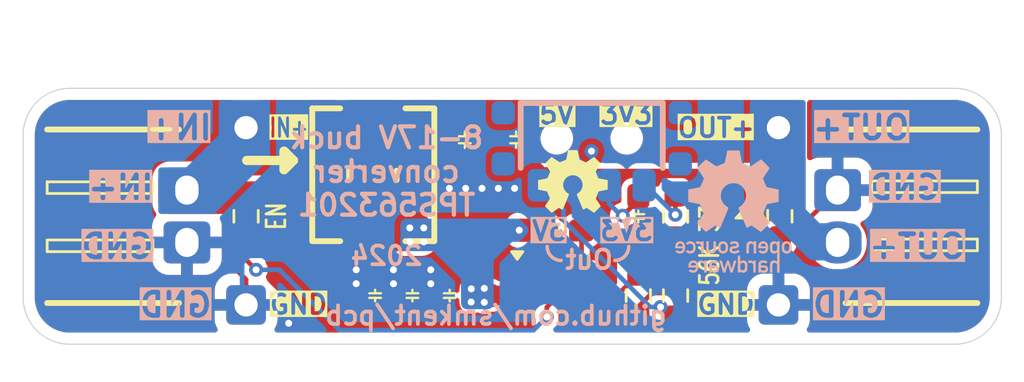
<source format=kicad_pcb>
(kicad_pcb (version 20240108) (generator "pcbnew") (generator_version "8.0")
  (layers (0 "F.Cu" signal) (31 "B.Cu" signal) (34 "B.Paste" user) (35 "F.Paste" user) (36 "B.SilkS" user "B.Silkscreen") (37 "F.SilkS" user "F.Silkscreen") (38 "B.Mask" user) (39 "F.Mask" user) (44 "Edge.Cuts" user))
  (net 0 "")
  (net 1 "GND")
  (net 2 "VIN")
  (net 3 "FB")
  (net 4 "VOUT")
  (net 5 "SW")
  (net 6 "Net-(U1-VBST)")
  (net 7 "Net-(LED1-A)")
  (net 8 "Net-(U1-EN)")
  (net 9 "Net-(SW1-C)")
  (net 10 "Net-(SW1-A)")
  (footprint "Resistor_SMD:R_0603_1608Metric_Pad0.98x0.95mm_HandSolder" (layer "F.Cu") (at 133.3925 69.2 -90)
    (property "Reference" "R3" (hide yes))
    (property "Value" "33K")
    (pad "1" smd roundrect (at -0.9125 0 270) (size 0.975 0.95) (layers "F.Cu" "F.Paste" "F.Mask") (net 9 "Net-(SW1-C)"))
    (pad "2" smd roundrect (at 0.9125 0 270) (size 0.975 0.95) (layers "F.Cu" "F.Paste" "F.Mask") (net 3 "FB"))
  )
  (footprint "custom:C_0603_1608Metric_Pad1.08x0.95mm_HandSolder" (layer "F.Cu") (at 128.4925 69.8 180)
    (property "Reference" "C7" (hide yes))
    (property "Value" "0u1")
    (pad "1" smd roundrect (at -0.8625 0 180) (size 1.075 0.95) (layers "F.Cu" "F.Paste" "F.Mask") (net 6 "Net-(U1-VBST)"))
    (pad "2" smd roundrect (at 0.8625 0 180) (size 1.075 0.95) (layers "F.Cu" "F.Paste" "F.Mask") (net 5 "SW"))
  )
  (footprint "custom:C_0603_1608Metric_Pad1.08x0.95mm_HandSolder" (layer "F.Cu") (at 123.6925 72.6 90)
    (property "Reference" "C3" (hide yes))
    (property "Value" "0u1")
    (pad "1" smd roundrect (at -0.8625 0 90) (size 1.075 0.95) (layers "F.Cu" "F.Paste" "F.Mask") (net 2 "VIN"))
    (pad "2" smd roundrect (at 0.8625 0 90) (size 1.075 0.95) (layers "F.Cu" "F.Paste" "F.Mask") (net 1 "GND"))
  )
  (footprint "Resistor_SMD:R_0603_1608Metric_Pad0.98x0.95mm_HandSolder" (layer "F.Cu") (at 133.3925 72.6 -90)
    (property "Reference" "R2" (hide yes))
    (property "Value" "56K")
    (pad "1" smd roundrect (at -0.9125 0 270) (size 0.975 0.95) (layers "F.Cu" "F.Paste" "F.Mask") (net 3 "FB"))
    (pad "2" smd roundrect (at 0.9125 0 270) (size 0.975 0.95) (layers "F.Cu" "F.Paste" "F.Mask") (net 10 "Net-(SW1-A)"))
  )
  (footprint "custom:Inductor_Multi_5.2x5.7_2x2.5" (layer "F.Cu") (at 120.3925 67.4 90)
    (property "Reference" "L1" (hide yes))
    (property "Value" "4u7")
    (pad "1" smd roundrect (at -1.825 0) (size 2.2 2.75) (layers "F.Cu" "F.Paste" "F.Mask") (roundrect_rratio 0.125) (net 5 "SW"))
    (pad "2" smd roundrect (at 1.8 0) (size 2.2 2.8) (layers "F.Cu" "F.Paste" "F.Mask") (roundrect_rratio 0.125) (net 4 "VOUT"))
  )
  (footprint "Resistor_SMD:R_0603_1608Metric_Pad0.98x0.95mm_HandSolder" (layer "F.Cu") (at 137.87 69.19 90)
    (property "Reference" "R0" (hide yes))
    (property "Value" "10K")
    (pad "1" smd roundrect (at -0.9125 0 90) (size 0.975 0.95) (layers "F.Cu" "F.Paste" "F.Mask") (net 7 "Net-(LED1-A)"))
    (pad "2" smd roundrect (at 0.9125 0 90) (size 0.975 0.95) (layers "F.Cu" "F.Paste" "F.Mask") (net 4 "VOUT"))
  )
  (footprint "Resistor_SMD:R_0603_1608Metric_Pad0.98x0.95mm_HandSolder" (layer "F.Cu") (at 131.7925 72.6 90)
    (property "Reference" "R1" (hide yes))
    (property "Value" "10K")
    (pad "1" smd roundrect (at -0.9125 0 90) (size 0.975 0.95) (layers "F.Cu" "F.Paste" "F.Mask") (net 1 "GND"))
    (pad "2" smd roundrect (at 0.9125 0 90) (size 0.975 0.95) (layers "F.Cu" "F.Paste" "F.Mask") (net 3 "FB"))
  )
  (footprint "custom:SOT-23-6_Handsoldering_simple" (layer "F.Cu") (at 127.7925 72.6)
    (property "Reference" "U1" (hide yes))
    (property "Value" "TPS563200")
    (pad "1" smd roundrect (at -1.35 -0.95) (size 1.56 0.65) (layers "F.Cu" "F.Paste" "F.Mask") (net 1 "GND"))
    (pad "2" smd roundrect (at -1.35 0) (size 1.56 0.65) (layers "F.Cu" "F.Paste" "F.Mask") (net 5 "SW"))
    (pad "3" smd roundrect (at -1.35 0.95) (size 1.56 0.65) (layers "F.Cu" "F.Paste" "F.Mask") (net 2 "VIN"))
    (pad "4" smd roundrect (at 1.35 0.95) (size 1.56 0.65) (layers "F.Cu" "F.Paste" "F.Mask") (net 3 "FB"))
    (pad "5" smd roundrect (at 1.35 0) (size 1.56 0.65) (layers "F.Cu" "F.Paste" "F.Mask") (net 8 "Net-(U1-EN)"))
    (pad "6" smd roundrect (at 1.35 -0.95) (size 1.56 0.65) (layers "F.Cu" "F.Paste" "F.Mask") (net 6 "Net-(U1-VBST)"))
  )
  (footprint "custom:C_0603_1608Metric_Pad1.08x0.95mm_HandSolder" (layer "F.Cu") (at 122.0925 72.6 90)
    (property "Reference" "C2" (hide yes))
    (property "Value" "10u")
    (pad "1" smd roundrect (at -0.8625 0 90) (size 1.075 0.95) (layers "F.Cu" "F.Paste" "F.Mask") (net 2 "VIN"))
    (pad "2" smd roundrect (at 0.8625 0 90) (size 1.075 0.95) (layers "F.Cu" "F.Paste" "F.Mask") (net 1 "GND"))
  )
  (footprint "custom:Conn_Combo_JST-1x02-XH_PH-THT-pad2gnd" (layer "F.Cu") (at 140.35 69.19 90)
    (property "Reference" "J4" (hide yes))
    (property "Value" "Conn_01x02")
    (pad "1" thru_hole oval (at -1.125 0 90) (size 1.8 2) (drill oval 1.25 1) (layers "*.Cu" "*.Mask") (net 4 "VOUT"))
    (pad "2" thru_hole roundrect (at 1.125 0 90) (size 1.8 2) (drill oval 1.25 1) (layers "*.Cu" "*.Mask") (roundrect_rratio 0.1388888889) (net 1 "GND"))
  )
  (footprint "custom:C_0603_1608Metric_Pad1.08x0.95mm_HandSolder" (layer "F.Cu") (at 131.7925 69.2 90)
    (property "Reference" "C4" (hide yes))
    (property "Value" "75p")
    (pad "1" smd roundrect (at -0.8625 0 90) (size 1.075 0.95) (layers "F.Cu" "F.Paste" "F.Mask") (net 3 "FB"))
    (pad "2" smd roundrect (at 0.8625 0 90) (size 1.075 0.95) (layers "F.Cu" "F.Paste" "F.Mask") (net 4 "VOUT"))
  )
  (footprint "custom:C_0603_1608Metric_Pad1.08x0.95mm_HandSolder" (layer "F.Cu") (at 120.4925 72.6 90)
    (property "Reference" "C1" (hide yes))
    (property "Value" "10u")
    (pad "1" smd roundrect (at -0.8625 0 90) (size 1.075 0.95) (layers "F.Cu" "F.Paste" "F.Mask") (net 2 "VIN"))
    (pad "2" smd roundrect (at 0.8625 0 90) (size 1.075 0.95) (layers "F.Cu" "F.Paste" "F.Mask") (net 1 "GND"))
  )
  (footprint "custom:LED_0603_1608Metric_Pad1.05x0.95mm_HandSolder_simple" (layer "F.Cu") (at 136.17 69.19 -90)
    (property "Reference" "LED1" (hide yes))
    (property "Value" "LED_Small")
    (pad "1" smd roundrect (at -0.875 0 270) (size 1.05 0.95) (layers "F.Cu" "F.Paste" "F.Mask") (net 1 "GND"))
    (pad "2" smd roundrect (at 0.875 0 270) (size 1.05 0.95) (layers "F.Cu" "F.Paste" "F.Mask") (net 7 "Net-(LED1-A)"))
  )
  (footprint "Resistor_SMD:R_0603_1608Metric_Pad0.98x0.95mm_HandSolder" (layer "F.Cu") (at 114.95 69.19 -90)
    (property "Reference" "R4" (hide yes))
    (property "Value" "10K")
    (pad "1" smd roundrect (at -0.9125 0 270) (size 0.975 0.95) (layers "F.Cu" "F.Paste" "F.Mask") (net 2 "VIN"))
    (pad "2" smd roundrect (at 0.9125 0 270) (size 0.975 0.95) (layers "F.Cu" "F.Paste" "F.Mask") (net 8 "Net-(U1-EN)"))
  )
  (footprint "custom:C_0805_2012Metric_Pad1.18x1.45mm_HandSolder" (layer "F.Cu") (at 126.4925 65.9 -90)
    (property "Reference" "C9" (hide yes))
    (property "Value" "22u")
    (pad "1" smd roundrect (at -1.0375 0 270) (size 1.175 1.45) (layers "F.Cu" "F.Paste" "F.Mask") (roundrect_rratio 0.212766) (net 4 "VOUT"))
    (pad "2" smd roundrect (at 1.0375 0 270) (size 1.175 1.45) (layers "F.Cu" "F.Paste" "F.Mask") (roundrect_rratio 0.212766) (net 1 "GND"))
  )
  (footprint "custom:Conn_Combo_JST-1x02-XH_PH-THT-pad2gnd" (layer "F.Cu") (at 112.41 69.19 -90)
    (property "Reference" "J1" (hide yes))
    (property "Value" "Conn_01x02")
    (pad "1" thru_hole oval (at -1.125 0 270) (size 1.8 2) (drill oval 1.25 1) (layers "*.Cu" "*.Mask") (net 2 "VIN"))
    (pad "2" thru_hole roundrect (at 1.125 0 270) (size 1.8 2) (drill oval 1.25 1) (layers "*.Cu" "*.Mask") (roundrect_rratio 0.1388888889) (net 1 "GND"))
  )
  (footprint "custom:C_0805_2012Metric_Pad1.18x1.45mm_HandSolder" (layer "F.Cu") (at 124.2925 65.9 -90)
    (property "Reference" "C8" (hide yes))
    (property "Value" "22u")
    (pad "1" smd roundrect (at -1.0375 0 270) (size 1.175 1.45) (layers "F.Cu" "F.Paste" "F.Mask") (roundrect_rratio 0.212766) (net 4 "VOUT"))
    (pad "2" smd roundrect (at 1.0375 0 270) (size 1.175 1.45) (layers "F.Cu" "F.Paste" "F.Mask") (roundrect_rratio 0.212766) (net 1 "GND"))
  )
  (footprint "graphics:oshw-logo-3mm" (layer "F.Cu") (at 128.98 67.69)
    (property "Reference" "G***" (hide yes))
    (property "Value" "LOGO" (hide yes))
  )
  (footprint "custom:PinHeader_1x01_P2.54mm_simple" (layer "B.Cu") (at 114.95 65.38 180)
    (property "Reference" "J2" (hide yes))
    (property "Value" "Conn_01x03")
    (pad "1" thru_hole oval (at 0 0 180) (size 1.7 1.7) (drill 1) (layers "*.Cu" "*.Mask") (net 2 "VIN"))
  )
  (footprint "graphics:oshw-logo-5mm-text" (layer "B.Cu") (at 135.88 68.99 180)
    (property "Reference" "G***" (hide yes))
    (property "Value" "LOGO" (hide yes))
  )
  (footprint "lcsc:SW-SMD_3P-P1.50_L2.7-W6.6" (layer "B.Cu") (at 129.7925 66.3)
    (property "Reference" "SW1" (hide yes))
    (property "Value" "SW_SPDT")
    (pad "" np_thru_hole circle (at -1.5 -0.46) (size 0.9 0.9) (drill 0.9) (layers "F&B.Cu" "*.Mask"))
    (pad "" np_thru_hole circle (at 1.5 -0.46) (size 0.9 0.9) (drill 0.9) (layers "F&B.Cu" "*.Mask"))
    (pad "1" smd roundrect (at -2.25 1.56) (size 1 1.4) (layers "B.Cu" "B.Paste" "B.Mask") (net 10 "Net-(SW1-A)"))
    (pad "2" smd roundrect (at 0.75 1.56) (size 1 1.4) (layers "B.Cu" "B.Paste" "B.Mask") (net 4 "VOUT"))
    (pad "3" smd roundrect (at 2.25 1.56) (size 1 1.4) (layers "B.Cu" "B.Paste" "B.Mask") (net 9 "Net-(SW1-C)"))
    (pad "MP" smd roundrect (at -3.8 -1.56) (size 1 1) (layers "B.Cu" "B.Paste" "B.Mask"))
    (pad "MP" smd roundrect (at -3.8 0.64) (size 1 1) (layers "B.Cu" "B.Paste" "B.Mask"))
    (pad "MP" smd roundrect (at 3.8 -1.56) (size 1 1) (layers "B.Cu" "B.Paste" "B.Mask"))
    (pad "MP" smd roundrect (at 3.8 0.64) (size 1 1) (layers "B.Cu" "B.Paste" "B.Mask"))
  )
  (footprint "custom:PinHeader_1x01_P2.54mm_simple_square" (layer "B.Cu") (at 137.81 73 180)
    (property "Reference" "J6" (hide yes))
    (property "Value" "Conn_01x03")
    (pad "1" thru_hole roundrect (at 0 0 180) (size 1.7 1.7) (drill 1) (layers "*.Cu" "*.Mask") (roundrect_rratio 0.1470588235) (net 1 "GND"))
  )
  (footprint "custom:PinHeader_1x01_P2.54mm_simple" (layer "B.Cu") (at 137.81 65.38 180)
    (property "Reference" "J5" (hide yes))
    (property "Value" "Conn_01x03")
    (pad "1" thru_hole oval (at 0 0 180) (size 1.7 1.7) (drill 1) (layers "*.Cu" "*.Mask") (net 4 "VOUT"))
  )
  (footprint "custom:PinHeader_1x01_P2.54mm_simple_square" (layer "B.Cu") (at 114.95 73 180)
    (property "Reference" "J3" (hide yes))
    (property "Value" "Conn_01x03")
    (pad "1" thru_hole roundrect (at 0 0 180) (size 1.7 1.7) (drill 1) (layers "*.Cu" "*.Mask") (roundrect_rratio 0.1470588235) (net 1 "GND"))
  )
  (gr_arc (start 128.48 71.09) (mid 128.055736 70.914264) (end 127.88 70.49) (stroke (width 0.15)) (layer "B.SilkS"))
  (gr_arc (start 131.38 70.49) (mid 131.204264 70.914264) (end 130.78 71.09) (stroke (width 0.15)) (layer "B.SilkS"))
  (gr_poly (pts (xy 116.58 67.19) (xy 116.58 66.39) (xy 116.98 66.79)) (stroke (width 0.4)) (fill solid) (layer "F.SilkS"))
  (gr_line (start 114.98 66.79) (end 116.98 66.79) (stroke (width 0.4)) (layer "F.SilkS"))
  (gr_poly (pts (arc (start 145.38 74.69) (mid 146.794214 74.104214) (end 147.38 72.69)) (arc (start 147.38 65.69) (mid 146.794214 64.275786) (end 145.38 63.69)) (arc (start 107.38 63.69) (mid 105.965786 64.275786) (end 105.38 65.69)) (arc (start 105.38 72.69) (mid 105.965786 74.104214) (end 107.38 74.69))) (stroke (width 0.05)) (fill none) (layer "Edge.Cuts"))
  (gr_text "Out" (at 129.68 70.59 0) (layer "B.SilkS") (effects (font (size 0.8 0.8) (thickness 0.16) (bold yes)) (justify top mirror)))
  (gr_text "GND" (at 141.58 67.95 0) (layer "B.SilkS" knockout) (effects (font (size 1 1) (thickness 0.2) (bold yes)) (justify right mirror)))
  (gr_text "2024" (at 120.98 70.89 0) (layer "B.SilkS") (effects (font (size 0.8 0.8) (thickness 0.16) (bold yes)) (justify mirror)))
  (gr_text "OUT+" (at 141.58 70.49 0) (layer "B.SilkS" knockout) (effects (font (size 1 1) (thickness 0.2) (bold yes)) (justify right mirror)))
  (gr_text "github.com/smkent/pcb" (at 125.68 72.99 0) (layer "B.SilkS") (effects (font (size 0.8 0.8) (thickness 0.16) (bold yes)) (justify top mirror)))
  (gr_text "IN+" (at 113.58 65.38 0) (layer "B.SilkS" knockout) (effects (font (size 1 1) (thickness 0.2) (bold yes)) (justify left mirror)))
  (gr_text "GND" (at 111.08 70.49 0) (layer "B.SilkS" knockout) (effects (font (size 1 1) (thickness 0.2) (bold yes)) (justify left mirror)))
  (gr_text "GND" (at 113.58 73 0) (layer "B.SilkS" knockout) (effects (font (size 1 1) (thickness 0.2) (bold yes)) (justify left mirror)))
  (gr_text "OUT+" (at 139.18 65.38 0) (layer "B.SilkS" knockout) (effects (font (size 1 1) (thickness 0.2) (bold yes)) (justify right mirror)))
  (gr_text "GND" (at 139.18 73 0) (layer "B.SilkS" knockout) (effects (font (size 1 1) (thickness 0.2) (bold yes)) (justify right mirror)))
  (gr_text "IN+" (at 111.08 67.95 0) (layer "B.SilkS" knockout) (effects (font (size 1 1) (thickness 0.2) (bold yes)) (justify left mirror)))
  (gr_text "3V3" (at 131.28 70.29 0) (layer "B.SilkS" knockout) (effects (font (size 0.8 0.8) (thickness 0.16) (bold yes)) (justify bottom mirror)))
  (gr_text "5V" (at 127.98 70.29 0) (layer "B.SilkS" knockout) (effects (font (size 0.8 0.8) (thickness 0.16) (bold yes)) (justify bottom mirror)))
  (gr_text "8-17V buck\nconverter\nTPS563201" (at 120.98 65.29 0) (layer "B.SilkS") (effects (font (size 0.9 0.9) (thickness 0.18) (bold yes)) (justify top mirror)))
  (gr_text "OUT+" (at 136.88 65.39 0) (layer "F.SilkS" knockout) (effects (font (size 0.8 0.8) (thickness 0.16) (bold yes)) (justify right)))
  (gr_text "3V3" (at 131.28 65.29 0) (layer "F.SilkS" knockout) (effects (font (size 0.8 0.8) (thickness 0.16) (bold yes)) (justify bottom)))
  (gr_text "GND" (at 136.88 72.99 0) (layer "F.SilkS" knockout) (effects (font (size 0.8 0.8) (thickness 0.16) (bold yes)) (justify right)))
  (gr_text "5V" (at 128.28 65.29 0) (layer "F.SilkS" knockout) (effects (font (size 0.8 0.8) (thickness 0.16) (bold yes)) (justify bottom)))
  (gr_text "56K" (at 134.38 71.29 90) (layer "F.SilkS") (effects (font (size 0.8 0.6) (thickness 0.12) (bold yes)) (justify top)))
  (gr_text "EN" (at 115.78 69.19 90) (layer "F.SilkS") (effects (font (size 0.8 0.6) (thickness 0.12) (bold yes)) (justify top)))
  (gr_text "33K" (at 134.38 68.99 90) (layer "F.SilkS") (effects (font (size 0.8 0.6) (thickness 0.12) (bold yes)) (justify top)))
  (gr_text "GND" (at 115.88 72.99 0) (layer "F.SilkS" knockout) (effects (font (size 0.8 0.8) (thickness 0.16) (bold yes)) (justify left)))
  (gr_text "IN+" (at 115.88 65.39 0) (layer "F.SilkS" knockout) (effects (font (size 0.8 0.6) (thickness 0.12) (bold yes)) (justify left)))
  (segment (start 133.844222 72.49) (end 134.18 72.154222) (width 0.2) (layer "F.Cu") (net 1))
  (segment (start 132.38 72.49) (end 133.844222 72.49) (width 0.2) (layer "F.Cu") (net 1))
  (segment (start 114.95 73) (end 114.95 71.908529) (width 0.2) (layer "F.Cu") (net 1))
  (segment (start 114.005 70.315) (end 112.41 70.315) (width 0.2) (layer "F.Cu") (net 1))
  (segment (start 114.08 71.038529) (end 114.08 70.39) (width 0.2) (layer "F.Cu") (net 1))
  (segment (start 114.95 71.908529) (end 114.08 71.038529) (width 0.2) (layer "F.Cu") (net 1))
  (segment (start 136.17 68.315) (end 137.045 69.19) (width 0.2) (layer "F.Cu") (net 1))
  (segment (start 134.18 72.154222) (end 134.18 67.79) (width 0.2) (layer "F.Cu") (net 1))
  (segment (start 131.7925 73.0775) (end 132.38 72.49) (width 0.2) (layer "F.Cu") (net 1))
  (segment (start 137.045 69.19) (end 139.225 69.19) (width 0.2) (layer "F.Cu") (net 1))
  (segment (start 133.78 67.39) (end 126.945 67.39) (width 0.2) (layer "F.Cu") (net 1))
  (segment (start 139.225 69.19) (end 140.35 68.065) (width 0.2) (layer "F.Cu") (net 1))
  (segment (start 114.08 70.39) (end 114.005 70.315) (width 0.2) (layer "F.Cu") (net 1))
  (segment (start 126.945 67.39) (end 126.4925 66.9375) (width 0.2) (layer "F.Cu") (net 1))
  (segment (start 131.7925 73.5125) (end 131.7925 73.0775) (width 0.2) (layer "F.Cu") (net 1))
  (segment (start 134.18 67.79) (end 133.78 67.39) (width 0.2) (layer "F.Cu") (net 1))
  (via (at 122.88 72.09) (size 0.6) (drill 0.3) (layers "F.Cu" "B.Cu") (net 1))
  (via (at 126.48 67.99) (size 0.6) (drill 0.3) (layers "F.Cu" "B.Cu") (net 1))
  (via (at 121.28 72.09) (size 0.6) (drill 0.3) (layers "F.Cu" "B.Cu") (net 1))
  (via (at 119.68 71.49) (size 0.6) (drill 0.3) (layers "F.Cu" "B.Cu") (net 1))
  (via (at 122.88 71.49) (size 0.6) (drill 0.3) (layers "F.Cu" "B.Cu") (net 1))
  (via (at 119.68 72.09) (size 0.6) (drill 0.3) (layers "F.Cu" "B.Cu") (net 1))
  (via (at 125.78 67.99) (size 0.6) (drill 0.3) (layers "F.Cu" "B.Cu") (net 1))
  (via (at 116.78 73.79) (size 0.6) (drill 0.3) (layers "F.Cu" "B.Cu") (net 1))
  (via (at 125.08 67.99) (size 0.6) (drill 0.3) (layers "F.Cu" "B.Cu") (net 1))
  (via (at 124.38 67.99) (size 0.6) (drill 0.3) (layers "F.Cu" "B.Cu") (net 1))
  (via (at 123.68 67.99) (size 0.6) (drill 0.3) (layers "F.Cu" "B.Cu") (net 1))
  (via (at 121.28 71.49) (size 0.6) (drill 0.3) (layers "F.Cu" "B.Cu") (net 1))
  (segment (start 119.08 70.89) (end 119.68 71.49) (width 0.2) (layer "B.Cu") (net 1))
  (segment (start 115.08 70.89) (end 119.08 70.89) (width 0.2) (layer "B.Cu") (net 1))
  (segment (start 114.78 71.19) (end 115.08 70.89) (width 0.2) (layer "B.Cu") (net 1))
  (segment (start 114.95 73) (end 114.78 72.83) (width 0.2) (layer "B.Cu") (net 1))
  (segment (start 114.78 72.83) (end 114.78 71.19) (width 0.2) (layer "B.Cu") (net 1))
  (segment (start 131.7925 70.0625) (end 131.7925 71.6875) (width 0.2) (layer "F.Cu") (net 3))
  (segment (start 131.7925 71.6875) (end 131.7825 71.6875) (width 0.2) (layer "F.Cu") (net 3))
  (segment (start 133.3425 70.0625) (end 133.3925 70.1125) (width 0.2) (layer "F.Cu") (net 3))
  (segment (start 131.7925 71.6875) (end 133.3925 71.6875) (width 0.2) (layer "F.Cu") (net 3))
  (segment (start 129.92 73.55) (end 129.1425 73.55) (width 0.2) (layer "F.Cu") (net 3))
  (segment (start 131.7825 71.6875) (end 129.92 73.55) (width 0.2) (layer "F.Cu") (net 3))
  (segment (start 131.7925 70.0625) (end 133.3425 70.0625) (width 0.2) (layer "F.Cu") (net 3))
  (segment (start 131.7925 68.495031) (end 131.12409 69.163441) (width 0.2) (layer "F.Cu") (net 4))
  (segment (start 131.7925 68.3375) (end 131.7925 68.495031) (width 0.2) (layer "F.Cu") (net 4))
  (via (at 131.12409 69.163441) (size 0.6) (drill 0.3) (layers "F.Cu" "B.Cu") (net 4))
  (via (at 129.78 66.39) (size 0.6) (drill 0.3) (layers "F.Cu" "B.Cu") (net 4))
  (segment (start 130.5425 68.6525) (end 130.5425 67.86) (width 0.2) (layer "B.Cu") (net 4))
  (segment (start 129.78 66.39) (end 129.78 67.0975) (width 0.2) (layer "B.Cu") (net 4))
  (segment (start 129.78 67.0975) (end 130.5425 67.86) (width 0.2) (layer "B.Cu") (net 4))
  (segment (start 131.12409 69.163441) (end 131.053441 69.163441) (width 0.2) (layer "B.Cu") (net 4))
  (segment (start 131.053441 69.163441) (end 130.5425 68.6525) (width 0.2) (layer "B.Cu") (net 4))
  (via (at 122.58 70.29) (size 0.6) (drill 0.3) (layers "F.Cu" "B.Cu") (net 5))
  (via (at 124.620366 72.30973) (size 0.6) (drill 0.3) (layers "F.Cu" "B.Cu") (net 5))
  (via (at 122.58 69.69) (size 0.6) (drill 0.3) (layers "F.Cu" "B.Cu") (net 5))
  (via (at 125.18 72.89) (size 0.6) (drill 0.3) (layers "F.Cu" "B.Cu") (net 5))
  (via (at 121.98 70.29) (size 0.6) (drill 0.3) (layers "F.Cu" "B.Cu") (net 5))
  (via (at 121.98 69.69) (size 0.6) (drill 0.3) (layers "F.Cu" "B.Cu") (net 5))
  (via (at 124.615229 72.877451) (size 0.6) (drill 0.3) (layers "F.Cu" "B.Cu") (net 5))
  (via (at 126.68 69.79) (size 0.6) (drill 0.3) (layers "F.Cu" "B.Cu") (net 5))
  (via (at 125.18 72.29) (size 0.6) (drill 0.3) (layers "F.Cu" "B.Cu") (net 5))
  (segment (start 129.355 69.8) (end 129.355 71.4375) (width 0.2) (layer "F.Cu") (net 6))
  (segment (start 129.355 71.4375) (end 129.1425 71.65) (width 0.2) (layer "F.Cu") (net 6))
  (segment (start 136.2075 70.1025) (end 136.17 70.065) (width 0.2) (layer "F.Cu") (net 7))
  (segment (start 137.87 70.1025) (end 136.2075 70.1025) (width 0.2) (layer "F.Cu") (net 7))
  (segment (start 128.362501 72.6) (end 129.1425 72.6) (width 0.2) (layer "F.Cu") (net 8))
  (segment (start 127.8625 73.519465) (end 127.8625 73.100001) (width 0.2) (layer "F.Cu") (net 8))
  (segment (start 127.8625 73.100001) (end 128.362501 72.6) (width 0.2) (layer "F.Cu") (net 8))
  (segment (start 114.95 71.06) (end 114.95 70.1025) (width 0.2) (layer "F.Cu") (net 8))
  (segment (start 115.38 71.49) (end 114.95 71.06) (width 0.2) (layer "F.Cu") (net 8))
  (via (at 127.8625 73.519465) (size 0.6) (drill 0.3) (layers "F.Cu" "B.Cu") (net 8))
  (via (at 115.38 71.49) (size 0.6) (drill 0.3) (layers "F.Cu" "B.Cu") (net 8))
  (segment (start 115.38 71.49) (end 116.38 71.49) (width 0.2) (layer "B.Cu") (net 8))
  (segment (start 118.98 74.09) (end 127.291965 74.09) (width 0.2) (layer "B.Cu") (net 8))
  (segment (start 116.38 71.49) (end 118.98 74.09) (width 0.2) (layer "B.Cu") (net 8))
  (segment (start 127.291965 74.09) (end 127.8625 73.519465) (width 0.2) (layer "B.Cu") (net 8))
  (segment (start 133.38 68.3) (end 133.3925 68.2875) (width 0.2) (layer "F.Cu") (net 9))
  (segment (start 133.38 69.125) (end 133.38 68.3) (width 0.2) (layer "F.Cu") (net 9))
  (via (at 133.38 69.125) (size 0.6) (drill 0.3) (layers "F.Cu" "B.Cu") (net 9))
  (segment (start 132.0425 67.86) (end 132.115 67.86) (width 0.2) (layer "B.Cu") (net 9))
  (segment (start 132.115 67.86) (end 133.38 69.125) (width 0.2) (layer "B.Cu") (net 9))
  (segment (start 132.747637 73.09) (end 133.170137 73.5125) (width 0.2) (layer "F.Cu") (net 10))
  (segment (start 133.170137 73.5125) (end 133.3925 73.5125) (width 0.2) (layer "F.Cu") (net 10))
  (via (at 132.747637 73.09) (size 0.6) (drill 0.3) (layers "F.Cu" "B.Cu") (net 10))
  (segment (start 132.747637 73.09) (end 132.301637 73.09) (width 0.2) (layer "B.Cu") (net 10))
  (segment (start 128.58 69.368363) (end 128.58 68.8975) (width 0.2) (layer "B.Cu") (net 10))
  (segment (start 128.58 68.8975) (end 127.5425 67.86) (width 0.2) (layer "B.Cu") (net 10))
  (segment (start 132.301637 73.09) (end 128.58 69.368363) (width 0.2) (layer "B.Cu") (net 10))
  (zone (net 5) (net_name "SW") (layer "F.Cu") (priority 7) (connect_pads yes (clearance 0)) (min_thickness 0.25) (fill yes (thermal_gap 0.5) (thermal_bridge_width 0.5) (smoothing fillet) (radius 0.25))
    (polygon (pts (xy 128.18 69.29) (xy 128.18 70.29) (xy 126.38 70.29) (xy 126.38 69.29)))
  )
  (zone (net 5) (net_name "SW") (layer "F.Cu") (priority 8) (connect_pads yes (clearance 0)) (min_thickness 0.25) (fill yes (thermal_gap 0.5) (thermal_bridge_width 0.5) (smoothing fillet) (radius 0.25))
    (polygon (pts (xy 127.18 73.09) (xy 127.18 72.09) (xy 124.38 72.09) (xy 124.38 73.09)))
  )
  (zone (net 2) (net_name "VIN") (layer "F.Cu") (priority 1) (connect_pads yes (clearance 0)) (min_thickness 0.25) (fill yes (thermal_gap 0.5) (thermal_bridge_width 0.5) (smoothing fillet) (radius 0.5))
    (polygon (pts (xy 127.38 73.09) (xy 124.98 73.09) (xy 124.58 72.69) (xy 118.58 72.69) (xy 117.18 71.29) (xy 117.18 68.49) (xy 116.38 67.69) (xy 113.98 67.69) (xy 113.48 67.09) (xy 111.18 67.09) (xy 111.18 69.09) (xy 115.78 69.09) (xy 115.78 71.89) (xy 118.18 74.29) (xy 127.38 74.29)))
  )
  (zone (net 5) (net_name "SW") (layer "F.Cu") (priority 5) (connect_pads yes (clearance 0)) (min_thickness 0.25) (fill yes (thermal_gap 0.5) (thermal_bridge_width 0.5) (smoothing fillet) (radius 0.5))
    (polygon (pts (xy 119.38 70.69) (xy 122.98 70.69) (xy 122.98 69.49) (xy 121.78 68.29) (xy 121.78 67.89) (xy 119.38 67.89)))
  )
  (zone (net 1) (net_name "GND") (layer "F.Cu") (connect_pads yes (clearance 0)) (min_thickness 0.25) (fill yes (thermal_gap 0.5) (thermal_bridge_width 0.5) (smoothing fillet) (radius 0.25))
    (polygon (pts (xy 122.98 68.29) (xy 127.78 68.29) (xy 127.78 67.09) (xy 126.78 66.09) (xy 122.98 66.09) (xy 122.98 66.69)))
  )
  (zone (net 1) (net_name "GND") (layer "F.Cu") (connect_pads yes (clearance 0)) (min_thickness 0.25) (fill yes (thermal_gap 0.5) (thermal_bridge_width 0.5) (smoothing fillet) (radius 0.25))
    (polygon (pts (xy 118.78 72.49) (xy 127.18 72.49) (xy 127.18 70.69) (xy 118.78 70.69)))
  )
  (zone (net 0) (net_name "") (layer "F.Cu") (connect_pads yes (clearance 0)) (min_thickness 0.25)
    (keepout (tracks allowed) (vias allowed) (pads allowed) (copperpour not_allowed) (footprints allowed))
    (fill (thermal_gap 0.5) (thermal_bridge_width 0.5))
    (polygon (pts (xy 130.88 74.69) (xy 134.48 74.69) (xy 134.48 67.79) (xy 133.38 67.79) (xy 133.38 70.39) (xy 132.88 70.89) (xy 130.88 70.89)))
  )
  (zone (net 4) (net_name "VOUT") (layer "F.Cu") (priority 3) (connect_pads yes (clearance 0)) (min_thickness 0.25) (fill yes (thermal_gap 0.5) (thermal_bridge_width 0.5) (smoothing fillet) (radius 0.5))
    (polygon (pts (xy 127.98 66.89) (xy 126.78 65.69) (xy 122.78 65.69) (xy 121.38 67.09) (xy 119.18 67.09) (xy 119.18 63.69) (xy 138.78 63.69) (xy 138.78 67.29) (xy 138.38 67.69) (xy 138.38 68.69) (xy 137.38 68.69) (xy 137.38 67.69) (xy 136.58 66.89)))
  )
  (zone (net 1) (net_name "GND") (layers "F&B.Cu") (connect_pads (clearance 0.25)) (min_thickness 0.25) (fill yes (thermal_gap 0.5) (thermal_bridge_width 0.5))
    (polygon (pts (xy 105.38 63.69) (xy 147.38 63.69) (xy 147.38 74.69) (xy 132.38 74.69) (xy 131.18 74.69) (xy 130.58 74.69) (xy 129.98 74.69) (xy 105.38 74.69)))
  )
  (zone (net 5) (net_name "SW") (layer "B.Cu") (priority 6) (connect_pads yes (clearance 0)) (min_thickness 0.25) (fill yes (thermal_gap 0.5) (thermal_bridge_width 0.5) (smoothing fillet) (radius 0.25))
    (polygon (pts (xy 121.58 70.69) (xy 121.58 69.29) (xy 126.68 69.29) (xy 127.08 69.69) (xy 127.08 69.89) (xy 126.68 70.29) (xy 126.38 70.29) (xy 125.58 71.09) (xy 125.58 73.19) (xy 124.18 73.19) (xy 124.18 71.89) (xy 122.98 70.69)))
  )
  (zone (net 2) (net_name "VIN") (layer "B.Cu") (priority 2) (connect_pads yes (clearance 0)) (min_thickness 0.25) (fill yes (thermal_gap 0.5) (thermal_bridge_width 0.5) (smoothing fillet) (island_removal_mode 1) (island_area_min 10))
    (polygon (pts (xy 111.18 69.09) (xy 113.58 69.09) (xy 115.98 66.69) (xy 115.98 63.69) (xy 113.78 63.69) (xy 113.78 65.69) (xy 112.38 67.09) (xy 111.18 67.09)))
  )
  (zone (net 4) (net_name "VOUT") (layer "B.Cu") (priority 4) (connect_pads yes (clearance 0)) (min_thickness 0.25) (fill yes (thermal_gap 0.5) (thermal_bridge_width 0.5) (smoothing fillet) (radius 0.5))
    (polygon (pts (xy 136.58 63.69) (xy 136.58 68.49) (xy 139.18 71.09) (xy 141.38 71.09) (xy 141.38 69.49) (xy 139.58 69.49) (xy 138.98 68.89) (xy 138.98 63.69)))
  )
)
</source>
